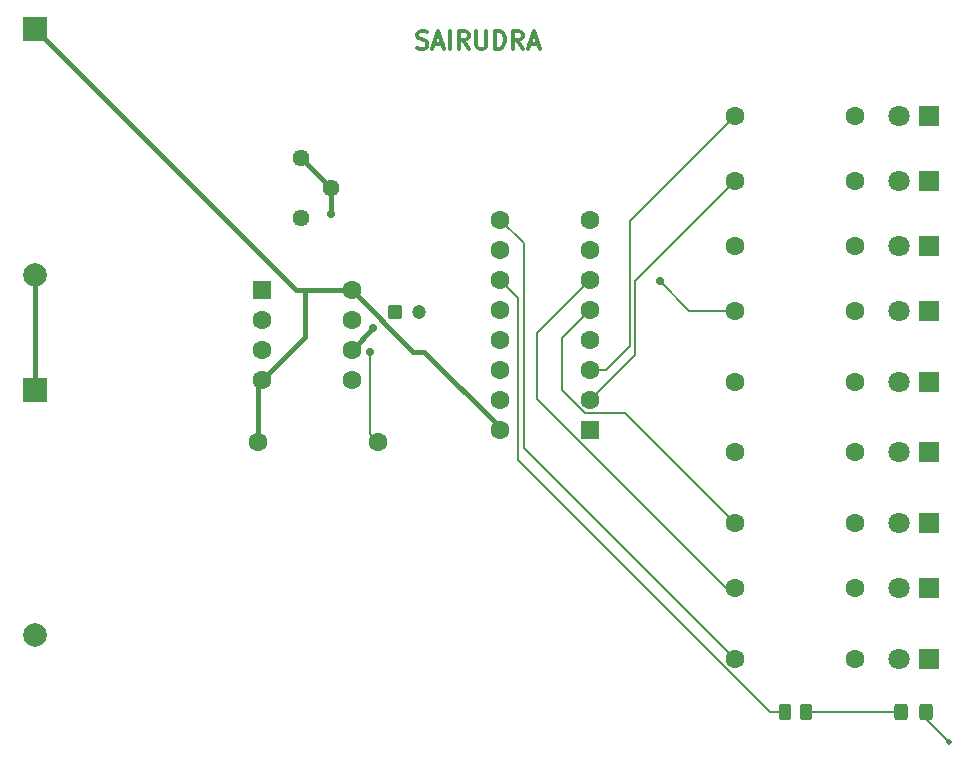
<source format=gbr>
%TF.GenerationSoftware,KiCad,Pcbnew,9.0.5*%
%TF.CreationDate,2025-10-19T16:10:15+05:30*%
%TF.ProjectId,KICADWORKSHOP_LED_CHASER,4b494341-4457-44f5-924b-53484f505f4c,rev?*%
%TF.SameCoordinates,Original*%
%TF.FileFunction,Copper,L1,Top*%
%TF.FilePolarity,Positive*%
%FSLAX46Y46*%
G04 Gerber Fmt 4.6, Leading zero omitted, Abs format (unit mm)*
G04 Created by KiCad (PCBNEW 9.0.5) date 2025-10-19 16:10:15*
%MOMM*%
%LPD*%
G01*
G04 APERTURE LIST*
G04 Aperture macros list*
%AMRoundRect*
0 Rectangle with rounded corners*
0 $1 Rounding radius*
0 $2 $3 $4 $5 $6 $7 $8 $9 X,Y pos of 4 corners*
0 Add a 4 corners polygon primitive as box body*
4,1,4,$2,$3,$4,$5,$6,$7,$8,$9,$2,$3,0*
0 Add four circle primitives for the rounded corners*
1,1,$1+$1,$2,$3*
1,1,$1+$1,$4,$5*
1,1,$1+$1,$6,$7*
1,1,$1+$1,$8,$9*
0 Add four rect primitives between the rounded corners*
20,1,$1+$1,$2,$3,$4,$5,0*
20,1,$1+$1,$4,$5,$6,$7,0*
20,1,$1+$1,$6,$7,$8,$9,0*
20,1,$1+$1,$8,$9,$2,$3,0*%
G04 Aperture macros list end*
%ADD10C,0.300000*%
%TA.AperFunction,NonConductor*%
%ADD11C,0.300000*%
%TD*%
%TA.AperFunction,ComponentPad*%
%ADD12RoundRect,0.250000X0.550000X0.550000X-0.550000X0.550000X-0.550000X-0.550000X0.550000X-0.550000X0*%
%TD*%
%TA.AperFunction,ComponentPad*%
%ADD13C,1.600000*%
%TD*%
%TA.AperFunction,ComponentPad*%
%ADD14RoundRect,0.250000X-0.550000X-0.550000X0.550000X-0.550000X0.550000X0.550000X-0.550000X0.550000X0*%
%TD*%
%TA.AperFunction,ComponentPad*%
%ADD15C,1.440000*%
%TD*%
%TA.AperFunction,SMDPad,CuDef*%
%ADD16RoundRect,0.250000X-0.262500X-0.450000X0.262500X-0.450000X0.262500X0.450000X-0.262500X0.450000X0*%
%TD*%
%TA.AperFunction,SMDPad,CuDef*%
%ADD17RoundRect,0.250000X0.325000X0.450000X-0.325000X0.450000X-0.325000X-0.450000X0.325000X-0.450000X0*%
%TD*%
%TA.AperFunction,ComponentPad*%
%ADD18R,1.800000X1.800000*%
%TD*%
%TA.AperFunction,ComponentPad*%
%ADD19C,1.800000*%
%TD*%
%TA.AperFunction,ComponentPad*%
%ADD20RoundRect,0.250000X-0.350000X-0.350000X0.350000X-0.350000X0.350000X0.350000X-0.350000X0.350000X0*%
%TD*%
%TA.AperFunction,ComponentPad*%
%ADD21C,1.200000*%
%TD*%
%TA.AperFunction,ComponentPad*%
%ADD22R,2.000000X2.000000*%
%TD*%
%TA.AperFunction,ComponentPad*%
%ADD23C,2.000000*%
%TD*%
%TA.AperFunction,ViaPad*%
%ADD24C,0.700000*%
%TD*%
%TA.AperFunction,ViaPad*%
%ADD25C,0.500000*%
%TD*%
%TA.AperFunction,Conductor*%
%ADD26C,0.200000*%
%TD*%
%TA.AperFunction,Conductor*%
%ADD27C,0.400000*%
%TD*%
G04 APERTURE END LIST*
D10*
D11*
X120483082Y-35729400D02*
X120697368Y-35800828D01*
X120697368Y-35800828D02*
X121054510Y-35800828D01*
X121054510Y-35800828D02*
X121197368Y-35729400D01*
X121197368Y-35729400D02*
X121268796Y-35657971D01*
X121268796Y-35657971D02*
X121340225Y-35515114D01*
X121340225Y-35515114D02*
X121340225Y-35372257D01*
X121340225Y-35372257D02*
X121268796Y-35229400D01*
X121268796Y-35229400D02*
X121197368Y-35157971D01*
X121197368Y-35157971D02*
X121054510Y-35086542D01*
X121054510Y-35086542D02*
X120768796Y-35015114D01*
X120768796Y-35015114D02*
X120625939Y-34943685D01*
X120625939Y-34943685D02*
X120554510Y-34872257D01*
X120554510Y-34872257D02*
X120483082Y-34729400D01*
X120483082Y-34729400D02*
X120483082Y-34586542D01*
X120483082Y-34586542D02*
X120554510Y-34443685D01*
X120554510Y-34443685D02*
X120625939Y-34372257D01*
X120625939Y-34372257D02*
X120768796Y-34300828D01*
X120768796Y-34300828D02*
X121125939Y-34300828D01*
X121125939Y-34300828D02*
X121340225Y-34372257D01*
X121911653Y-35372257D02*
X122625939Y-35372257D01*
X121768796Y-35800828D02*
X122268796Y-34300828D01*
X122268796Y-34300828D02*
X122768796Y-35800828D01*
X123268795Y-35800828D02*
X123268795Y-34300828D01*
X124840224Y-35800828D02*
X124340224Y-35086542D01*
X123983081Y-35800828D02*
X123983081Y-34300828D01*
X123983081Y-34300828D02*
X124554510Y-34300828D01*
X124554510Y-34300828D02*
X124697367Y-34372257D01*
X124697367Y-34372257D02*
X124768796Y-34443685D01*
X124768796Y-34443685D02*
X124840224Y-34586542D01*
X124840224Y-34586542D02*
X124840224Y-34800828D01*
X124840224Y-34800828D02*
X124768796Y-34943685D01*
X124768796Y-34943685D02*
X124697367Y-35015114D01*
X124697367Y-35015114D02*
X124554510Y-35086542D01*
X124554510Y-35086542D02*
X123983081Y-35086542D01*
X125483081Y-34300828D02*
X125483081Y-35515114D01*
X125483081Y-35515114D02*
X125554510Y-35657971D01*
X125554510Y-35657971D02*
X125625939Y-35729400D01*
X125625939Y-35729400D02*
X125768796Y-35800828D01*
X125768796Y-35800828D02*
X126054510Y-35800828D01*
X126054510Y-35800828D02*
X126197367Y-35729400D01*
X126197367Y-35729400D02*
X126268796Y-35657971D01*
X126268796Y-35657971D02*
X126340224Y-35515114D01*
X126340224Y-35515114D02*
X126340224Y-34300828D01*
X127054510Y-35800828D02*
X127054510Y-34300828D01*
X127054510Y-34300828D02*
X127411653Y-34300828D01*
X127411653Y-34300828D02*
X127625939Y-34372257D01*
X127625939Y-34372257D02*
X127768796Y-34515114D01*
X127768796Y-34515114D02*
X127840225Y-34657971D01*
X127840225Y-34657971D02*
X127911653Y-34943685D01*
X127911653Y-34943685D02*
X127911653Y-35157971D01*
X127911653Y-35157971D02*
X127840225Y-35443685D01*
X127840225Y-35443685D02*
X127768796Y-35586542D01*
X127768796Y-35586542D02*
X127625939Y-35729400D01*
X127625939Y-35729400D02*
X127411653Y-35800828D01*
X127411653Y-35800828D02*
X127054510Y-35800828D01*
X129411653Y-35800828D02*
X128911653Y-35086542D01*
X128554510Y-35800828D02*
X128554510Y-34300828D01*
X128554510Y-34300828D02*
X129125939Y-34300828D01*
X129125939Y-34300828D02*
X129268796Y-34372257D01*
X129268796Y-34372257D02*
X129340225Y-34443685D01*
X129340225Y-34443685D02*
X129411653Y-34586542D01*
X129411653Y-34586542D02*
X129411653Y-34800828D01*
X129411653Y-34800828D02*
X129340225Y-34943685D01*
X129340225Y-34943685D02*
X129268796Y-35015114D01*
X129268796Y-35015114D02*
X129125939Y-35086542D01*
X129125939Y-35086542D02*
X128554510Y-35086542D01*
X129983082Y-35372257D02*
X130697368Y-35372257D01*
X129840225Y-35800828D02*
X130340225Y-34300828D01*
X130340225Y-34300828D02*
X130840225Y-35800828D01*
D12*
%TO.P,U2,1,Q5*%
%TO.N,Q5*%
X135120000Y-68080000D03*
D13*
%TO.P,U2,2,Q1*%
%TO.N,Q1*%
X135120000Y-65540000D03*
%TO.P,U2,3,Q0*%
%TO.N,Q0*%
X135120000Y-63000000D03*
%TO.P,U2,4,Q2*%
%TO.N,Q2*%
X135120000Y-60460000D03*
%TO.P,U2,5,Q6*%
%TO.N,Q6*%
X135120000Y-57920000D03*
%TO.P,U2,6,Q7*%
%TO.N,Q7*%
X135120000Y-55380000D03*
%TO.P,U2,7,Q3*%
%TO.N,Q3*%
X135120000Y-52840000D03*
%TO.P,U2,8,VSS*%
%TO.N,GND*%
X135120000Y-50300000D03*
%TO.P,U2,9,Q8*%
%TO.N,Q8*%
X127500000Y-50300000D03*
%TO.P,U2,10,Q4*%
%TO.N,Q4*%
X127500000Y-52840000D03*
%TO.P,U2,11,Q9*%
%TO.N,Q9*%
X127500000Y-55380000D03*
%TO.P,U2,12,Cout*%
%TO.N,unconnected-(U2-Cout-Pad12)*%
X127500000Y-57920000D03*
%TO.P,U2,13,CKEN*%
%TO.N,GND*%
X127500000Y-60460000D03*
%TO.P,U2,14,CLK*%
%TO.N,CLK*%
X127500000Y-63000000D03*
%TO.P,U2,15,Reset*%
%TO.N,GND*%
X127500000Y-65540000D03*
%TO.P,U2,16,VDD*%
%TO.N,+6V*%
X127500000Y-68080000D03*
%TD*%
D14*
%TO.P,U1,1,GND*%
%TO.N,GND*%
X107300000Y-56270000D03*
D13*
%TO.P,U1,2,TR*%
%TO.N,Net-(U1-THR)*%
X107300000Y-58810000D03*
%TO.P,U1,3,Q*%
%TO.N,CLK*%
X107300000Y-61350000D03*
%TO.P,U1,4,R*%
%TO.N,+6V*%
X107300000Y-63890000D03*
%TO.P,U1,5,CV*%
%TO.N,Net-(U1-CV)*%
X114920000Y-63890000D03*
%TO.P,U1,6,THR*%
%TO.N,Net-(U1-THR)*%
X114920000Y-61350000D03*
%TO.P,U1,7,DIS*%
%TO.N,Net-(U1-DIS)*%
X114920000Y-58810000D03*
%TO.P,U1,8,VCC*%
%TO.N,+6V*%
X114920000Y-56270000D03*
%TD*%
D15*
%TO.P,RV1,1,1*%
%TO.N,Net-(U1-THR)*%
X110620000Y-50120000D03*
%TO.P,RV1,2,2*%
%TO.N,Net-(U1-DIS)*%
X113160000Y-47580000D03*
%TO.P,RV1,3,3*%
X110620000Y-45040000D03*
%TD*%
D16*
%TO.P,R11,1*%
%TO.N,Q9*%
X151587500Y-92000000D03*
%TO.P,R11,2*%
%TO.N,Net-(D10-A)*%
X153412500Y-92000000D03*
%TD*%
D13*
%TO.P,R10,1*%
%TO.N,Q8*%
X147420000Y-87500000D03*
%TO.P,R10,2*%
%TO.N,Net-(D9-A)*%
X157580000Y-87500000D03*
%TD*%
%TO.P,R9,1*%
%TO.N,Q7*%
X147420000Y-81500000D03*
%TO.P,R9,2*%
%TO.N,Net-(D8-A)*%
X157580000Y-81500000D03*
%TD*%
%TO.P,R8,1*%
%TO.N,Q6*%
X147420000Y-76000000D03*
%TO.P,R8,2*%
%TO.N,Net-(D7-A)*%
X157580000Y-76000000D03*
%TD*%
%TO.P,R7,1*%
%TO.N,Q5*%
X147420000Y-70000000D03*
%TO.P,R7,2*%
%TO.N,Net-(D6-A)*%
X157580000Y-70000000D03*
%TD*%
%TO.P,R6,1*%
%TO.N,Q4*%
X147420000Y-64000000D03*
%TO.P,R6,2*%
%TO.N,Net-(D5-A)*%
X157580000Y-64000000D03*
%TD*%
%TO.P,R5,1*%
%TO.N,Q3*%
X147420000Y-58000000D03*
%TO.P,R5,2*%
%TO.N,Net-(D4-A)*%
X157580000Y-58000000D03*
%TD*%
%TO.P,R4,1*%
%TO.N,Q2*%
X147420000Y-52500000D03*
%TO.P,R4,2*%
%TO.N,Net-(D3-A)*%
X157580000Y-52500000D03*
%TD*%
%TO.P,R3,1*%
%TO.N,Q1*%
X147420000Y-47000000D03*
%TO.P,R3,2*%
%TO.N,Net-(D2-A)*%
X157580000Y-47000000D03*
%TD*%
%TO.P,R2,1*%
%TO.N,Q0*%
X147420000Y-41500000D03*
%TO.P,R2,2*%
%TO.N,Net-(D1-A)*%
X157580000Y-41500000D03*
%TD*%
%TO.P,R1,1*%
%TO.N,+6V*%
X107025000Y-69080000D03*
%TO.P,R1,2*%
%TO.N,Net-(U1-DIS)*%
X117185000Y-69080000D03*
%TD*%
D17*
%TO.P,D10,1,K*%
%TO.N,GND*%
X163525000Y-92000000D03*
%TO.P,D10,2,A*%
%TO.N,Net-(D10-A)*%
X161475000Y-92000000D03*
%TD*%
D18*
%TO.P,D9,1,K*%
%TO.N,GND*%
X163770000Y-87500000D03*
D19*
%TO.P,D9,2,A*%
%TO.N,Net-(D9-A)*%
X161230000Y-87500000D03*
%TD*%
D18*
%TO.P,D8,1,K*%
%TO.N,GND*%
X163770000Y-81500000D03*
D19*
%TO.P,D8,2,A*%
%TO.N,Net-(D8-A)*%
X161230000Y-81500000D03*
%TD*%
D18*
%TO.P,D7,1,K*%
%TO.N,GND*%
X163770000Y-76000000D03*
D19*
%TO.P,D7,2,A*%
%TO.N,Net-(D7-A)*%
X161230000Y-76000000D03*
%TD*%
D18*
%TO.P,D6,1,K*%
%TO.N,GND*%
X163770000Y-70000000D03*
D19*
%TO.P,D6,2,A*%
%TO.N,Net-(D6-A)*%
X161230000Y-70000000D03*
%TD*%
D18*
%TO.P,D5,1,K*%
%TO.N,GND*%
X163770000Y-64000000D03*
D19*
%TO.P,D5,2,A*%
%TO.N,Net-(D5-A)*%
X161230000Y-64000000D03*
%TD*%
D18*
%TO.P,D4,1,K*%
%TO.N,GND*%
X163770000Y-58000000D03*
D19*
%TO.P,D4,2,A*%
%TO.N,Net-(D4-A)*%
X161230000Y-58000000D03*
%TD*%
D18*
%TO.P,D3,1,K*%
%TO.N,GND*%
X163770000Y-52500000D03*
D19*
%TO.P,D3,2,A*%
%TO.N,Net-(D3-A)*%
X161230000Y-52500000D03*
%TD*%
D18*
%TO.P,D2,1,K*%
%TO.N,GND*%
X163770000Y-47000000D03*
D19*
%TO.P,D2,2,A*%
%TO.N,Net-(D2-A)*%
X161230000Y-47000000D03*
%TD*%
D18*
%TO.P,D1,1,K*%
%TO.N,GND*%
X163770000Y-41500000D03*
D19*
%TO.P,D1,2,A*%
%TO.N,Net-(D1-A)*%
X161230000Y-41500000D03*
%TD*%
D20*
%TO.P,C1,1*%
%TO.N,Net-(U1-THR)*%
X118605000Y-58080000D03*
D21*
%TO.P,C1,2*%
%TO.N,GND*%
X120605000Y-58080000D03*
%TD*%
D22*
%TO.P,BT2,1,+*%
%TO.N,Net-(BT1--)*%
X88120000Y-64682546D03*
D23*
%TO.P,BT2,2,-*%
%TO.N,GND*%
X88120000Y-85482546D03*
%TD*%
D22*
%TO.P,BT1,1,+*%
%TO.N,+6V*%
X88120000Y-34182546D03*
D23*
%TO.P,BT1,2,-*%
%TO.N,Net-(BT1--)*%
X88120000Y-54982546D03*
%TD*%
D24*
%TO.N,Net-(U1-DIS)*%
X116500000Y-61500000D03*
%TO.N,Q3*%
X141000000Y-55500000D03*
%TO.N,Net-(U1-THR)*%
X116770000Y-59500000D03*
%TO.N,Net-(U1-DIS)*%
X113160000Y-49840000D03*
D25*
%TO.N,GND*%
X165500000Y-94500000D03*
%TD*%
D26*
%TO.N,Net-(U1-DIS)*%
X116500000Y-68395000D02*
X117185000Y-69080000D01*
X116500000Y-61500000D02*
X116500000Y-68395000D01*
%TO.N,Q3*%
X143500000Y-58000000D02*
X141000000Y-55500000D01*
%TO.N,GND*%
X163525000Y-92525000D02*
X165500000Y-94500000D01*
X163525000Y-92000000D02*
X163525000Y-92525000D01*
%TO.N,Q9*%
X129000000Y-56880000D02*
X127500000Y-55380000D01*
X129000000Y-70637050D02*
X129000000Y-56880000D01*
X150362950Y-92000000D02*
X129000000Y-70637050D01*
X151587500Y-92000000D02*
X150362950Y-92000000D01*
%TO.N,Q8*%
X129500000Y-52300000D02*
X127500000Y-50300000D01*
X129500000Y-69580000D02*
X129500000Y-52300000D01*
X147420000Y-87500000D02*
X129500000Y-69580000D01*
%TO.N,Q7*%
X130599000Y-59901000D02*
X135120000Y-55380000D01*
X130599000Y-65445160D02*
X130599000Y-59901000D01*
X146653840Y-81500000D02*
X130599000Y-65445160D01*
X147420000Y-81500000D02*
X146653840Y-81500000D01*
%TO.N,Q6*%
X132761475Y-60278525D02*
X132761475Y-64738525D01*
X135120000Y-57920000D02*
X132761475Y-60278525D01*
X138061000Y-66641000D02*
X134663950Y-66641000D01*
X134663950Y-66641000D02*
X132761475Y-64738525D01*
X147420000Y-76000000D02*
X138061000Y-66641000D01*
%TO.N,Q3*%
X147420000Y-58000000D02*
X143500000Y-58000000D01*
%TO.N,Q1*%
X138901000Y-61759000D02*
X135120000Y-65540000D01*
X138901000Y-55519000D02*
X138901000Y-61759000D01*
X147420000Y-47000000D02*
X138901000Y-55519000D01*
%TO.N,Q0*%
X138500000Y-50420000D02*
X138500000Y-61000000D01*
X147420000Y-41500000D02*
X138500000Y-50420000D01*
X138500000Y-61000000D02*
X136500000Y-63000000D01*
X136500000Y-63000000D02*
X135120000Y-63000000D01*
%TO.N,Net-(D10-A)*%
X153412500Y-92000000D02*
X161475000Y-92000000D01*
D27*
%TO.N,Net-(U1-THR)*%
X114920000Y-61350000D02*
X116770000Y-59500000D01*
%TO.N,Net-(U1-DIS)*%
X113160000Y-47580000D02*
X113160000Y-49840000D01*
X113160000Y-47580000D02*
X113160000Y-47840000D01*
X110620000Y-45040000D02*
X113160000Y-47580000D01*
%TO.N,+6V*%
X107025000Y-64165000D02*
X107300000Y-63890000D01*
X107025000Y-69080000D02*
X107025000Y-64165000D01*
X111000000Y-60190000D02*
X111000000Y-56270000D01*
X111000000Y-56270000D02*
X114920000Y-56270000D01*
X107300000Y-63890000D02*
X111000000Y-60190000D01*
X121081580Y-61454000D02*
X127500000Y-67872420D01*
X114920000Y-56270000D02*
X120104000Y-61454000D01*
X120104000Y-61454000D02*
X121081580Y-61454000D01*
X127500000Y-67872420D02*
X127500000Y-68080000D01*
X110207454Y-56270000D02*
X111000000Y-56270000D01*
X88120000Y-34182546D02*
X110207454Y-56270000D01*
%TO.N,Net-(BT1--)*%
X88120000Y-64682546D02*
X88120000Y-54982546D01*
%TD*%
M02*

</source>
